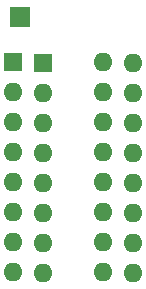
<source format=gbr>
%TF.GenerationSoftware,KiCad,Pcbnew,7.0.9*%
%TF.CreationDate,2024-04-23T21:06:01-07:00*%
%TF.ProjectId,U11-74LS138,5531312d-3734-44c5-9331-33382e6b6963,rev?*%
%TF.SameCoordinates,Original*%
%TF.FileFunction,Soldermask,Top*%
%TF.FilePolarity,Negative*%
%FSLAX46Y46*%
G04 Gerber Fmt 4.6, Leading zero omitted, Abs format (unit mm)*
G04 Created by KiCad (PCBNEW 7.0.9) date 2024-04-23 21:06:01*
%MOMM*%
%LPD*%
G01*
G04 APERTURE LIST*
%ADD10R,1.700000X1.700000*%
%ADD11O,1.600000X1.600000*%
%ADD12R,1.600000X1.600000*%
G04 APERTURE END LIST*
D10*
%TO.C,U29*%
X147955000Y-86995000D03*
%TD*%
D11*
%TO.C,Ue*%
X154940000Y-90805000D03*
X154940000Y-93345000D03*
X154940000Y-95885000D03*
X154940000Y-98425000D03*
X154940000Y-100965000D03*
X154940000Y-103505000D03*
X154940000Y-106045000D03*
X154940000Y-108585000D03*
X147320000Y-108585000D03*
X147320000Y-106045000D03*
X147320000Y-103505000D03*
X147320000Y-100965000D03*
X147320000Y-98425000D03*
X147320000Y-95885000D03*
X147320000Y-93345000D03*
D12*
X147320000Y-90805000D03*
%TD*%
%TO.C,SOCKET_74LS1*%
X149860000Y-90855000D03*
D11*
X149860000Y-93395000D03*
X149860000Y-95935000D03*
X149860000Y-98475000D03*
X149860000Y-101015000D03*
X149860000Y-103555000D03*
X149860000Y-106095000D03*
X149860000Y-108635000D03*
X157480000Y-108635000D03*
X157480000Y-106095000D03*
X157480000Y-103555000D03*
X157480000Y-101015000D03*
X157480000Y-98475000D03*
X157480000Y-95935000D03*
X157480000Y-93395000D03*
X157480000Y-90855000D03*
%TD*%
M02*

</source>
